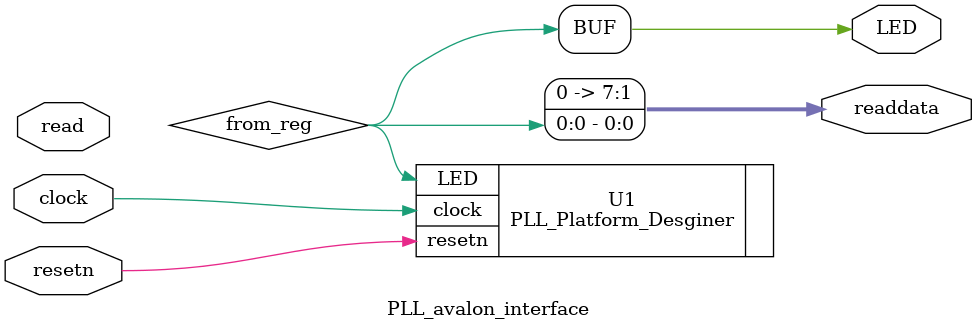
<source format=v>
module PLL_avalon_interface (input clock, input resetn, input read, output [7:0] readdata, output LED);

// signals for connecting to the Avalon fabric
// input clock, resetn, 
// read, readdata [7:0] ; --> not important must must have if using an avalon slave

// signal for exporting register contents outside of the embedded system
// output LED; --> must assign in this module
wire from_reg; 

PLL_Platform_Desginer U1 ( .clock(clock), .resetn(resetn), .LED(from_reg));


assign readdata = from_reg;
assign LED = from_reg;

endmodule
</source>
